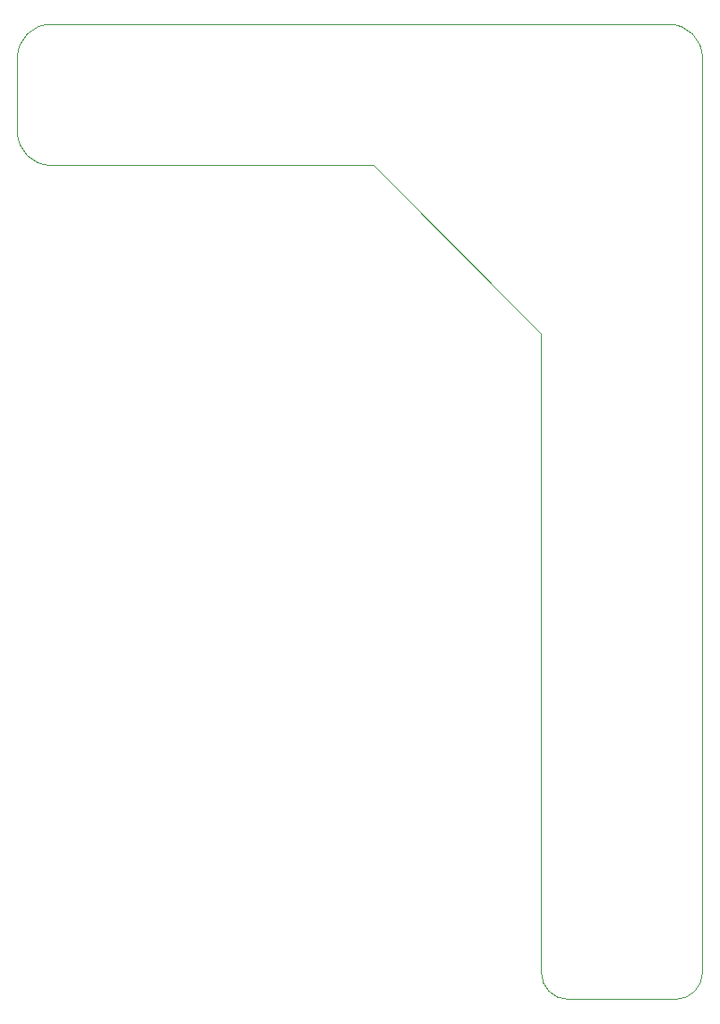
<source format=gbr>
%TF.GenerationSoftware,KiCad,Pcbnew,(5.1.9)-1*%
%TF.CreationDate,2021-04-11T16:40:00+01:00*%
%TF.ProjectId,RGBtoHDMI-Adapter Type C Rev 2,52474274-6f48-4444-9d49-2d4164617074,2*%
%TF.SameCoordinates,Original*%
%TF.FileFunction,Profile,NP*%
%FSLAX46Y46*%
G04 Gerber Fmt 4.6, Leading zero omitted, Abs format (unit mm)*
G04 Created by KiCad (PCBNEW (5.1.9)-1) date 2021-04-11 16:40:00*
%MOMM*%
%LPD*%
G01*
G04 APERTURE LIST*
%TA.AperFunction,Profile*%
%ADD10C,0.050000*%
%TD*%
G04 APERTURE END LIST*
D10*
X109855000Y-79375000D02*
X125730000Y-95250000D01*
X76200000Y-69215000D02*
X76200000Y-76200000D01*
X79375000Y-79375000D02*
G75*
G02*
X76200000Y-76200000I0J3175000D01*
G01*
X109855000Y-79375000D02*
X79375000Y-79375000D01*
X128270000Y-158115000D02*
G75*
G02*
X125730000Y-155575000I0J2540000D01*
G01*
X128270000Y-158115000D02*
X138430000Y-158115000D01*
X125730000Y-95250000D02*
X125730000Y-155575000D01*
X137795000Y-66040000D02*
X79375000Y-66040000D01*
X76200000Y-69215000D02*
G75*
G02*
X79375000Y-66040000I3175000J0D01*
G01*
X137795000Y-66040000D02*
G75*
G02*
X140970000Y-69215000I0J-3175000D01*
G01*
X140970000Y-155575000D02*
G75*
G02*
X138430000Y-158115000I-2540000J0D01*
G01*
X140970000Y-155575000D02*
X140970000Y-69215000D01*
M02*

</source>
